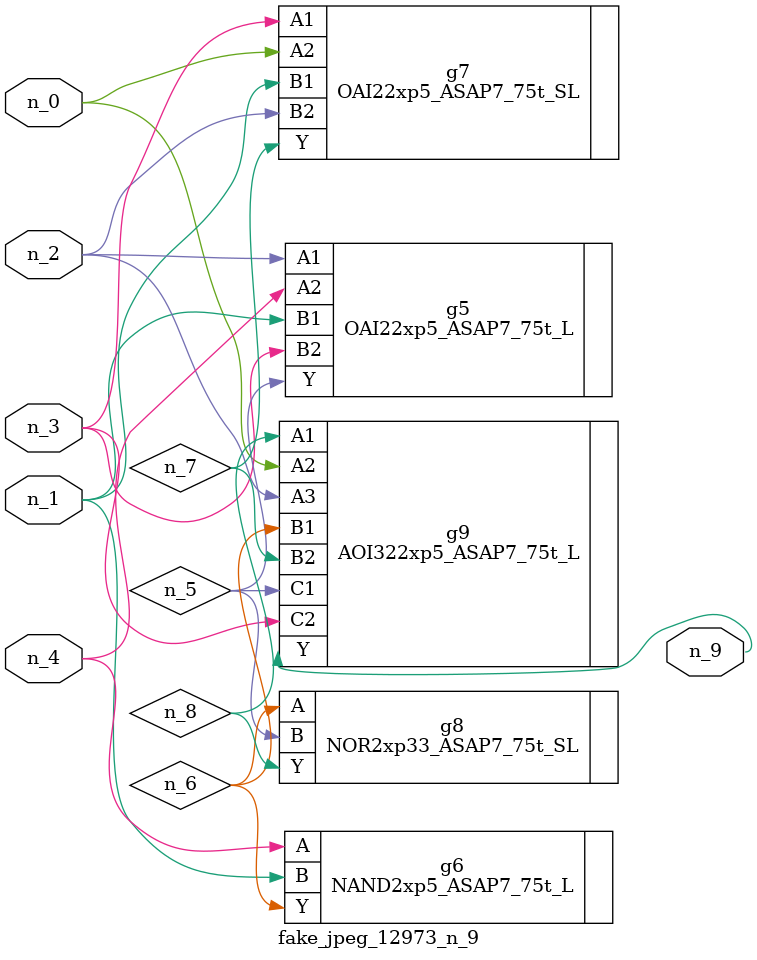
<source format=v>
module fake_jpeg_12973_n_9 (n_3, n_2, n_1, n_0, n_4, n_9);

input n_3;
input n_2;
input n_1;
input n_0;
input n_4;

output n_9;

wire n_8;
wire n_6;
wire n_5;
wire n_7;

OAI22xp5_ASAP7_75t_L g5 ( 
.A1(n_2),
.A2(n_4),
.B1(n_1),
.B2(n_3),
.Y(n_5)
);

NAND2xp5_ASAP7_75t_L g6 ( 
.A(n_4),
.B(n_1),
.Y(n_6)
);

OAI22xp5_ASAP7_75t_SL g7 ( 
.A1(n_3),
.A2(n_0),
.B1(n_1),
.B2(n_2),
.Y(n_7)
);

NOR2xp33_ASAP7_75t_SL g8 ( 
.A(n_6),
.B(n_5),
.Y(n_8)
);

AOI322xp5_ASAP7_75t_L g9 ( 
.A1(n_8),
.A2(n_0),
.A3(n_2),
.B1(n_6),
.B2(n_7),
.C1(n_5),
.C2(n_3),
.Y(n_9)
);


endmodule
</source>
